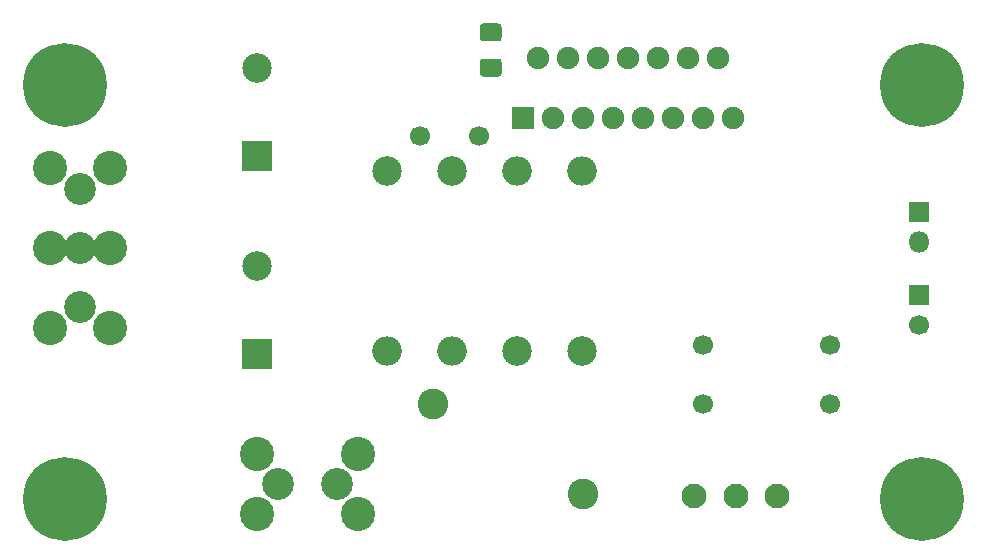
<source format=gbr>
%TF.GenerationSoftware,KiCad,Pcbnew,(5.1.6-0)*%
%TF.CreationDate,2023-05-08T21:30:56-07:00*%
%TF.ProjectId,LM1876x2_bal,4c4d3138-3736-4783-925f-62616c2e6b69,rev?*%
%TF.SameCoordinates,Original*%
%TF.FileFunction,Soldermask,Bot*%
%TF.FilePolarity,Negative*%
%FSLAX46Y46*%
G04 Gerber Fmt 4.6, Leading zero omitted, Abs format (unit mm)*
G04 Created by KiCad (PCBNEW (5.1.6-0)) date 2023-05-08 21:30:56*
%MOMM*%
%LPD*%
G01*
G04 APERTURE LIST*
%ADD10O,1.800000X1.800000*%
%ADD11R,1.800000X1.800000*%
%ADD12C,1.700000*%
%ADD13R,1.700000X1.700000*%
%ADD14C,2.700000*%
%ADD15O,2.500000X2.500000*%
%ADD16C,2.500000*%
%ADD17C,0.900000*%
%ADD18C,7.100000*%
%ADD19O,1.900000X1.900000*%
%ADD20R,1.900000X1.900000*%
%ADD21C,2.600000*%
%ADD22C,2.900000*%
%ADD23C,2.100000*%
%ADD24R,2.500000X2.500000*%
G04 APERTURE END LIST*
D10*
%TO.C,J9*%
X153500000Y-74540000D03*
D11*
X153500000Y-72000000D03*
%TD*%
D12*
%TO.C,C10*%
X153500000Y-81500000D03*
D13*
X153500000Y-79000000D03*
%TD*%
D14*
%TO.C,J2*%
X104250000Y-95000000D03*
X99250000Y-95000000D03*
%TD*%
D15*
%TO.C,R9*%
X125000000Y-68510000D03*
D16*
X125000000Y-83750000D03*
%TD*%
D17*
%TO.C,H4*%
X155606155Y-94393845D03*
X153750000Y-93625000D03*
X151893845Y-94393845D03*
X151125000Y-96250000D03*
X151893845Y-98106155D03*
X153750000Y-98875000D03*
X155606155Y-98106155D03*
X156375000Y-96250000D03*
D18*
X153750000Y-96250000D03*
%TD*%
D17*
%TO.C,H3*%
X155606155Y-59393845D03*
X153750000Y-58625000D03*
X151893845Y-59393845D03*
X151125000Y-61250000D03*
X151893845Y-63106155D03*
X153750000Y-63875000D03*
X155606155Y-63106155D03*
X156375000Y-61250000D03*
D18*
X153750000Y-61250000D03*
%TD*%
D17*
%TO.C,H2*%
X83106155Y-59393845D03*
X81250000Y-58625000D03*
X79393845Y-59393845D03*
X78625000Y-61250000D03*
X79393845Y-63106155D03*
X81250000Y-63875000D03*
X83106155Y-63106155D03*
X83875000Y-61250000D03*
D18*
X81250000Y-61250000D03*
%TD*%
D17*
%TO.C,H1*%
X83106155Y-94393845D03*
X81250000Y-93625000D03*
X79393845Y-94393845D03*
X78625000Y-96250000D03*
X79393845Y-98106155D03*
X81250000Y-98875000D03*
X83106155Y-98106155D03*
X83875000Y-96250000D03*
D18*
X81250000Y-96250000D03*
%TD*%
D19*
%TO.C,U1*%
X137780000Y-64000000D03*
X136510000Y-58920000D03*
X135240000Y-64000000D03*
X133970000Y-58920000D03*
X132700000Y-64000000D03*
X131430000Y-58920000D03*
X130160000Y-64000000D03*
X128890000Y-58920000D03*
X127620000Y-64000000D03*
X126350000Y-58920000D03*
X125080000Y-64000000D03*
X123810000Y-58920000D03*
X122540000Y-64000000D03*
X121270000Y-58920000D03*
D20*
X120000000Y-64000000D03*
%TD*%
D15*
%TO.C,R12*%
X108500000Y-83740000D03*
D16*
X108500000Y-68500000D03*
%TD*%
D15*
%TO.C,R11*%
X114000000Y-83740000D03*
D16*
X114000000Y-68500000D03*
%TD*%
D15*
%TO.C,R10*%
X119500000Y-68510000D03*
D16*
X119500000Y-83750000D03*
%TD*%
D21*
%TO.C,L1*%
X112400000Y-88190000D03*
X125100000Y-95810000D03*
%TD*%
D22*
%TO.C,J8*%
X85040000Y-81750000D03*
X79960000Y-81750000D03*
%TD*%
%TO.C,J7*%
X85040000Y-75000000D03*
X79960000Y-75000000D03*
%TD*%
%TO.C,J6*%
X85040000Y-68250000D03*
X79960000Y-68250000D03*
%TD*%
%TO.C,J5*%
X97500000Y-92460000D03*
X97500000Y-97540000D03*
%TD*%
%TO.C,J4*%
X106000000Y-92460000D03*
X106000000Y-97540000D03*
%TD*%
D14*
%TO.C,J3*%
X82500000Y-80000000D03*
X82500000Y-75000000D03*
X82500000Y-70000000D03*
%TD*%
D23*
%TO.C,J1*%
X141500000Y-96000000D03*
X138000000Y-96000000D03*
X134500000Y-96000000D03*
%TD*%
D12*
%TO.C,C9*%
X111250000Y-65500000D03*
X116250000Y-65500000D03*
%TD*%
%TO.C,C6*%
G36*
G01*
X116592544Y-58975000D02*
X117907456Y-58975000D01*
G75*
G02*
X118175000Y-59242544I0J-267544D01*
G01*
X118175000Y-60232456D01*
G75*
G02*
X117907456Y-60500000I-267544J0D01*
G01*
X116592544Y-60500000D01*
G75*
G02*
X116325000Y-60232456I0J267544D01*
G01*
X116325000Y-59242544D01*
G75*
G02*
X116592544Y-58975000I267544J0D01*
G01*
G37*
G36*
G01*
X116592544Y-56000000D02*
X117907456Y-56000000D01*
G75*
G02*
X118175000Y-56267544I0J-267544D01*
G01*
X118175000Y-57257456D01*
G75*
G02*
X117907456Y-57525000I-267544J0D01*
G01*
X116592544Y-57525000D01*
G75*
G02*
X116325000Y-57257456I0J267544D01*
G01*
X116325000Y-56267544D01*
G75*
G02*
X116592544Y-56000000I267544J0D01*
G01*
G37*
%TD*%
D16*
%TO.C,C4*%
X97500000Y-59750000D03*
D24*
X97500000Y-67250000D03*
%TD*%
D16*
%TO.C,C3*%
X97500000Y-76500000D03*
D24*
X97500000Y-84000000D03*
%TD*%
D12*
%TO.C,C2*%
X135250000Y-88250000D03*
X135250000Y-83250000D03*
%TD*%
%TO.C,C1*%
X146000000Y-88250000D03*
X146000000Y-83250000D03*
%TD*%
M02*

</source>
